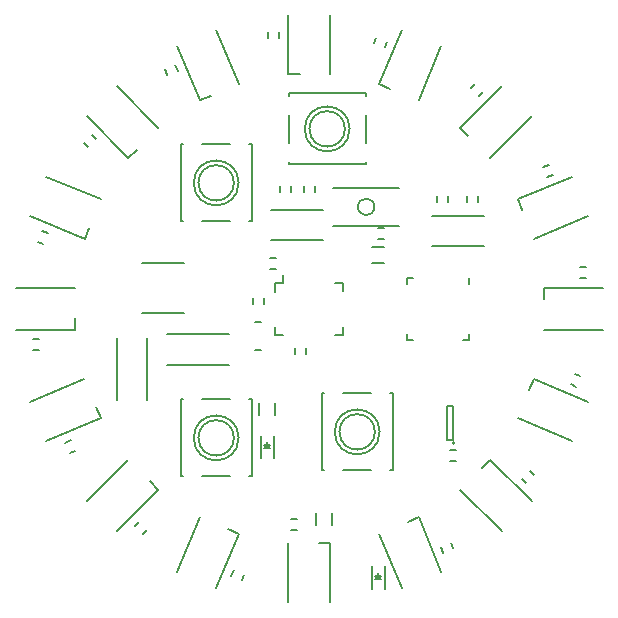
<source format=gto>
G04 #@! TF.GenerationSoftware,KiCad,Pcbnew,no-vcs-found-7448~57~ubuntu16.10.1*
G04 #@! TF.CreationDate,2017-01-12T10:04:47-05:00*
G04 #@! TF.ProjectId,featherlight,666561746865726C696768742E6B6963,rev?*
G04 #@! TF.FileFunction,Legend,Top*
G04 #@! TF.FilePolarity,Positive*
%FSLAX46Y46*%
G04 Gerber Fmt 4.6, Leading zero omitted, Abs format (unit mm)*
G04 Created by KiCad (PCBNEW no-vcs-found-7448~57~ubuntu16.10.1) date Thu Jan 12 10:04:47 2017*
%MOMM*%
%LPD*%
G01*
G04 APERTURE LIST*
%ADD10C,0.100000*%
%ADD11C,0.150000*%
G04 APERTURE END LIST*
D10*
D11*
X30764000Y-46879000D02*
X30764000Y-52129000D01*
X28164000Y-52129000D02*
X28164000Y-46879000D01*
X40382000Y-45561000D02*
X39882000Y-45561000D01*
X40382000Y-47911000D02*
X39882000Y-47911000D01*
X50014000Y-54864000D02*
G75*
G03X50014000Y-54864000I-1500000J0D01*
G01*
X50414000Y-54864000D02*
G75*
G03X50414000Y-54864000I-1900000J0D01*
G01*
X51514000Y-58114000D02*
X51514000Y-51614000D01*
X45514000Y-51614000D02*
X45514000Y-58114000D01*
X47314000Y-51614000D02*
X49714000Y-51614000D01*
X47314000Y-58114000D02*
X49714000Y-58114000D01*
X45514000Y-58114000D02*
X45714000Y-58114000D01*
X51514000Y-58114000D02*
X51314000Y-58114000D01*
X51514000Y-51614000D02*
X51314000Y-51614000D01*
X45514000Y-51614000D02*
X45714000Y-51614000D01*
X41550000Y-45950000D02*
X41550000Y-46650000D01*
X41550000Y-46650000D02*
X42250000Y-46650000D01*
X41550000Y-43000000D02*
X41550000Y-42250000D01*
X41550000Y-42250000D02*
X42250000Y-42250000D01*
X47350000Y-42250000D02*
X46650000Y-42250000D01*
X47350000Y-42250000D02*
X47350000Y-42950000D01*
X47350000Y-45950000D02*
X47350000Y-46650000D01*
X47350000Y-46650000D02*
X46650000Y-46650000D01*
X42250000Y-42250000D02*
X42250000Y-41550000D01*
X41444000Y-57107000D02*
X41444000Y-55207000D01*
X40344000Y-57107000D02*
X40344000Y-55207000D01*
X40894000Y-56207000D02*
X40894000Y-55757000D01*
X40644000Y-56257000D02*
X41144000Y-56257000D01*
X40894000Y-56257000D02*
X40644000Y-56007000D01*
X40644000Y-56007000D02*
X41144000Y-56007000D01*
X41144000Y-56007000D02*
X40894000Y-56257000D01*
X25450232Y-38515952D02*
X25832915Y-37592072D01*
X20830834Y-36602535D02*
X25450232Y-38515952D01*
X22208494Y-33276568D02*
X26827892Y-35189985D01*
X24173870Y-56661916D02*
X24635810Y-56470574D01*
X24272260Y-55592888D02*
X23810320Y-55784230D01*
X26797974Y-53710015D02*
X26415291Y-52786135D01*
X22178576Y-55623432D02*
X26797974Y-53710015D01*
X20800916Y-52297465D02*
X25420314Y-50384048D01*
X50384048Y-25420314D02*
X51307928Y-25802997D01*
X52297465Y-20800916D02*
X50384048Y-25420314D01*
X55623432Y-22178576D02*
X53710015Y-26797974D01*
X57214692Y-29139724D02*
X57921799Y-29846831D01*
X60750226Y-25604190D02*
X57214692Y-29139724D01*
X63295810Y-28149774D02*
X59760276Y-31685308D01*
X29139724Y-31685308D02*
X29846831Y-30978201D01*
X25604190Y-28149774D02*
X29139724Y-31685308D01*
X28149774Y-25604190D02*
X31685308Y-29139724D01*
X54823000Y-36546000D02*
X59223000Y-36546000D01*
X59223000Y-39146000D02*
X54823000Y-39146000D01*
X57997000Y-47075000D02*
X57472000Y-47075000D01*
X52747000Y-41825000D02*
X53272000Y-41825000D01*
X52747000Y-47075000D02*
X53272000Y-47075000D01*
X57997000Y-41825000D02*
X57997000Y-42350000D01*
X52747000Y-41825000D02*
X52747000Y-42350000D01*
X52747000Y-47075000D02*
X52747000Y-46550000D01*
X57997000Y-47075000D02*
X57997000Y-46550000D01*
X49792000Y-39203000D02*
X50792000Y-39203000D01*
X50792000Y-40553000D02*
X49792000Y-40553000D01*
X24598000Y-46250000D02*
X24598000Y-45250000D01*
X19598000Y-46250000D02*
X24598000Y-46250000D01*
X19598000Y-42650000D02*
X24598000Y-42650000D01*
X49976000Y-35814000D02*
G75*
G03X49976000Y-35814000I-700000J0D01*
G01*
X52076000Y-37414000D02*
X46476000Y-37414000D01*
X52076000Y-34214000D02*
X46476000Y-34214000D01*
X56788000Y-55802000D02*
G75*
G03X56788000Y-55802000I-100000J0D01*
G01*
X56138000Y-55552000D02*
X56638000Y-55552000D01*
X56138000Y-52652000D02*
X56138000Y-55552000D01*
X56638000Y-52652000D02*
X56138000Y-52652000D01*
X56638000Y-55552000D02*
X56638000Y-52652000D01*
X38076000Y-33782000D02*
G75*
G03X38076000Y-33782000I-1500000J0D01*
G01*
X38476000Y-33782000D02*
G75*
G03X38476000Y-33782000I-1900000J0D01*
G01*
X39576000Y-37032000D02*
X39576000Y-30532000D01*
X33576000Y-30532000D02*
X33576000Y-37032000D01*
X35376000Y-30532000D02*
X37776000Y-30532000D01*
X35376000Y-37032000D02*
X37776000Y-37032000D01*
X33576000Y-37032000D02*
X33776000Y-37032000D01*
X39576000Y-37032000D02*
X39376000Y-37032000D01*
X39576000Y-30532000D02*
X39376000Y-30532000D01*
X33576000Y-30532000D02*
X33776000Y-30532000D01*
X50838605Y-22302971D02*
X51029947Y-21841031D01*
X50152261Y-21477481D02*
X49960919Y-21939421D01*
X58827602Y-26433626D02*
X59181155Y-26080073D01*
X58509404Y-25408322D02*
X58155851Y-25761875D01*
X64627740Y-33307112D02*
X65089680Y-33115770D01*
X64726130Y-32238084D02*
X64264190Y-32429426D01*
X67356000Y-41877000D02*
X67856000Y-41877000D01*
X67856000Y-40927000D02*
X67356000Y-40927000D01*
X66597029Y-50838605D02*
X67058969Y-51029947D01*
X67422519Y-50152261D02*
X66960579Y-49960919D01*
X62466374Y-58827602D02*
X62819927Y-59181155D01*
X63491678Y-58509404D02*
X63138125Y-58155851D01*
X55592888Y-64627740D02*
X55784230Y-65089680D01*
X56661916Y-64726130D02*
X56470574Y-64264190D01*
X42888000Y-63213000D02*
X43388000Y-63213000D01*
X43388000Y-62263000D02*
X42888000Y-62263000D01*
X38061395Y-66597029D02*
X37870053Y-67058969D01*
X38747739Y-67422519D02*
X38939081Y-66960579D01*
X30072398Y-62466374D02*
X29718845Y-62819927D01*
X30390596Y-63491678D02*
X30744149Y-63138125D01*
X24272260Y-55592888D02*
X23810320Y-55784230D01*
X24173870Y-56661916D02*
X24635810Y-56470574D01*
X21544000Y-47023000D02*
X21044000Y-47023000D01*
X21044000Y-47973000D02*
X21544000Y-47973000D01*
X22302971Y-38061395D02*
X21841031Y-37870053D01*
X21477481Y-38747739D02*
X21939421Y-38939081D01*
X26433626Y-30072398D02*
X26080073Y-29718845D01*
X25408322Y-30390596D02*
X25761875Y-30744149D01*
X33307112Y-24272260D02*
X33115770Y-23810320D01*
X32238084Y-24173870D02*
X32429426Y-24635810D01*
X62102026Y-35189985D02*
X62484709Y-36113865D01*
X66721424Y-33276568D02*
X62102026Y-35189985D01*
X68099084Y-36602535D02*
X63479686Y-38515952D01*
X64302000Y-42650000D02*
X64302000Y-43650000D01*
X69302000Y-42650000D02*
X64302000Y-42650000D01*
X69302000Y-46250000D02*
X64302000Y-46250000D01*
X63479686Y-50384048D02*
X63097003Y-51307928D01*
X68099084Y-52297465D02*
X63479686Y-50384048D01*
X66721424Y-55623432D02*
X62102026Y-53710015D01*
X59760276Y-57214692D02*
X59053169Y-57921799D01*
X63295810Y-60750226D02*
X59760276Y-57214692D01*
X60750226Y-63295810D02*
X57214692Y-59760276D01*
X53710015Y-62102026D02*
X52786135Y-62484709D01*
X55623432Y-66721424D02*
X53710015Y-62102026D01*
X52297465Y-68099084D02*
X50384048Y-63479686D01*
X46250000Y-64302000D02*
X45250000Y-64302000D01*
X46250000Y-69302000D02*
X46250000Y-64302000D01*
X42650000Y-69302000D02*
X42650000Y-64302000D01*
X38515952Y-63479686D02*
X37592072Y-63097003D01*
X36602535Y-68099084D02*
X38515952Y-63479686D01*
X33276568Y-66721424D02*
X35189985Y-62102026D01*
X31685308Y-59760276D02*
X30978201Y-59053169D01*
X28149774Y-63295810D02*
X31685308Y-59760276D01*
X25604190Y-60750226D02*
X29139724Y-57214692D01*
X35189985Y-26797974D02*
X36113865Y-26415291D01*
X33276568Y-22178576D02*
X35189985Y-26797974D01*
X36602535Y-20800916D02*
X38515952Y-25420314D01*
X30279000Y-40572000D02*
X33879000Y-40572000D01*
X30279000Y-44772000D02*
X33879000Y-44772000D01*
X46250000Y-19598000D02*
X46250000Y-24598000D01*
X42650000Y-19598000D02*
X42650000Y-24598000D01*
X42650000Y-24598000D02*
X43650000Y-24598000D01*
X40927000Y-21044000D02*
X40927000Y-21544000D01*
X41877000Y-21544000D02*
X41877000Y-21044000D01*
X58748000Y-35367000D02*
X58748000Y-34867000D01*
X57798000Y-34867000D02*
X57798000Y-35367000D01*
X56248000Y-35367000D02*
X56248000Y-34867000D01*
X55298000Y-34867000D02*
X55298000Y-35367000D01*
X39657000Y-43565000D02*
X39657000Y-44065000D01*
X40607000Y-44065000D02*
X40607000Y-43565000D01*
X41652000Y-40165000D02*
X41152000Y-40165000D01*
X41152000Y-41115000D02*
X41652000Y-41115000D01*
X44925000Y-34540000D02*
X44925000Y-34040000D01*
X43975000Y-34040000D02*
X43975000Y-34540000D01*
X42893000Y-34540000D02*
X42893000Y-34040000D01*
X41943000Y-34040000D02*
X41943000Y-34540000D01*
X44175000Y-48256000D02*
X44175000Y-47756000D01*
X43225000Y-47756000D02*
X43225000Y-48256000D01*
X56892000Y-56421000D02*
X56392000Y-56421000D01*
X56392000Y-57371000D02*
X56892000Y-57371000D01*
X46395000Y-61730000D02*
X46395000Y-62730000D01*
X45045000Y-62730000D02*
X45045000Y-61730000D01*
X41569000Y-52459000D02*
X41569000Y-53459000D01*
X40219000Y-53459000D02*
X40219000Y-52459000D01*
X41234000Y-36038000D02*
X45634000Y-36038000D01*
X45634000Y-38638000D02*
X41234000Y-38638000D01*
X50254000Y-38575000D02*
X50754000Y-38575000D01*
X50754000Y-37625000D02*
X50254000Y-37625000D01*
X50842000Y-68156000D02*
X50842000Y-66256000D01*
X49742000Y-68156000D02*
X49742000Y-66256000D01*
X50292000Y-67256000D02*
X50292000Y-66806000D01*
X50042000Y-67306000D02*
X50542000Y-67306000D01*
X50292000Y-67306000D02*
X50042000Y-67056000D01*
X50042000Y-67056000D02*
X50542000Y-67056000D01*
X50542000Y-67056000D02*
X50292000Y-67306000D01*
X32433000Y-46579000D02*
X37683000Y-46579000D01*
X37683000Y-49179000D02*
X32433000Y-49179000D01*
X49224000Y-26210000D02*
X49224000Y-26410000D01*
X49224000Y-32210000D02*
X49224000Y-32010000D01*
X42724000Y-32210000D02*
X42724000Y-32010000D01*
X42724000Y-26210000D02*
X42724000Y-26410000D01*
X42724000Y-28010000D02*
X42724000Y-30410000D01*
X49224000Y-28010000D02*
X49224000Y-30410000D01*
X49224000Y-26210000D02*
X42724000Y-26210000D01*
X42724000Y-32210000D02*
X49224000Y-32210000D01*
X47874000Y-29210000D02*
G75*
G03X47874000Y-29210000I-1900000J0D01*
G01*
X47474000Y-29210000D02*
G75*
G03X47474000Y-29210000I-1500000J0D01*
G01*
X39576000Y-58622000D02*
X39376000Y-58622000D01*
X33576000Y-58622000D02*
X33776000Y-58622000D01*
X33576000Y-52122000D02*
X33776000Y-52122000D01*
X39576000Y-52122000D02*
X39376000Y-52122000D01*
X37776000Y-52122000D02*
X35376000Y-52122000D01*
X37776000Y-58622000D02*
X35376000Y-58622000D01*
X39576000Y-58622000D02*
X39576000Y-52122000D01*
X33576000Y-52122000D02*
X33576000Y-58622000D01*
X38476000Y-55372000D02*
G75*
G03X38476000Y-55372000I-1900000J0D01*
G01*
X38076000Y-55372000D02*
G75*
G03X38076000Y-55372000I-1500000J0D01*
G01*
M02*

</source>
